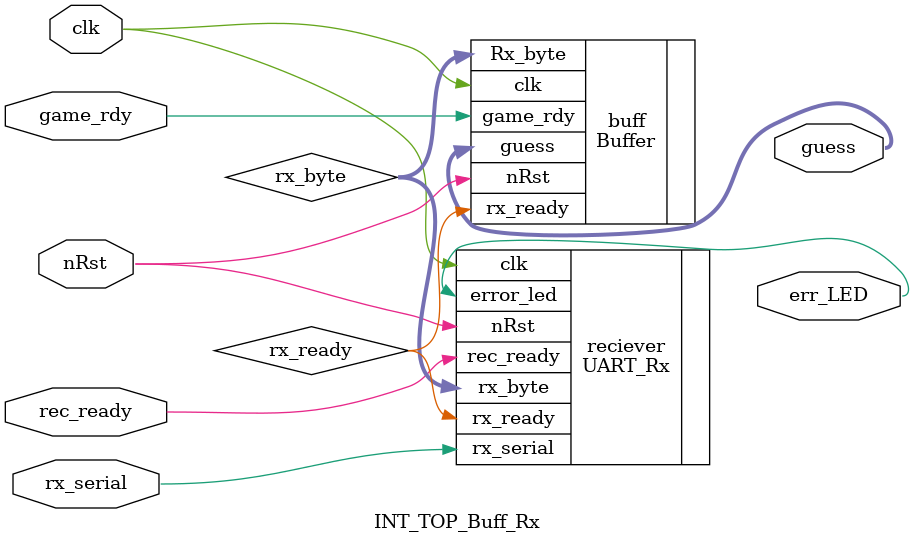
<source format=sv>
/* UART Reciever + Buffer Integration Module
Descriuption: x
*/

module INT_TOP_Buff_Rx(
    input logic clk, nRst, rx_serial, rec_ready, game_rdy, //Input of UART_Rx
    output logic err_LED, //output of UART_Rx 
    output logic [7:0] guess //output of buffer
);
logic rx_ready; //output of UART_Rx, rx_ready is also input of buffer
logic [7:0] rx_byte; //output of UART_Rx and input of buffer

Buffer buff (.clk(clk), .nRst(nRst), .Rx_byte(rx_byte), .game_rdy(game_rdy), .rx_ready(rx_ready), .guess(guess));
UART_Rx reciever(.clk(clk), .nRst(nRst), .rx_serial(rx_serial), .rec_ready(rec_ready), .error_led(err_LED), .rx_ready(rx_ready), .rx_byte(rx_byte));

endmodule
</source>
